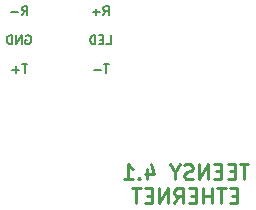
<source format=gbr>
%TF.GenerationSoftware,KiCad,Pcbnew,(6.0.9)*%
%TF.CreationDate,2023-02-20T13:31:34+11:00*%
%TF.ProjectId,PHY,5048592e-6b69-4636-9164-5f7063625858,rev?*%
%TF.SameCoordinates,Original*%
%TF.FileFunction,Legend,Bot*%
%TF.FilePolarity,Positive*%
%FSLAX46Y46*%
G04 Gerber Fmt 4.6, Leading zero omitted, Abs format (unit mm)*
G04 Created by KiCad (PCBNEW (6.0.9)) date 2023-02-20 13:31:34*
%MOMM*%
%LPD*%
G01*
G04 APERTURE LIST*
%ADD10C,0.254000*%
%ADD11C,0.152400*%
G04 APERTURE END LIST*
D10*
X128816704Y-98840773D02*
X128090990Y-98840773D01*
X128453847Y-100110773D02*
X128453847Y-98840773D01*
X127667657Y-99445535D02*
X127244323Y-99445535D01*
X127062895Y-100110773D02*
X127667657Y-100110773D01*
X127667657Y-98840773D01*
X127062895Y-98840773D01*
X126518609Y-99445535D02*
X126095276Y-99445535D01*
X125913847Y-100110773D02*
X126518609Y-100110773D01*
X126518609Y-98840773D01*
X125913847Y-98840773D01*
X125369561Y-100110773D02*
X125369561Y-98840773D01*
X124643847Y-100110773D01*
X124643847Y-98840773D01*
X124099561Y-100050297D02*
X123918133Y-100110773D01*
X123615752Y-100110773D01*
X123494800Y-100050297D01*
X123434323Y-99989821D01*
X123373847Y-99868869D01*
X123373847Y-99747916D01*
X123434323Y-99626964D01*
X123494800Y-99566488D01*
X123615752Y-99506011D01*
X123857657Y-99445535D01*
X123978609Y-99385059D01*
X124039085Y-99324583D01*
X124099561Y-99203630D01*
X124099561Y-99082678D01*
X124039085Y-98961726D01*
X123978609Y-98901250D01*
X123857657Y-98840773D01*
X123555276Y-98840773D01*
X123373847Y-98901250D01*
X122587657Y-99506011D02*
X122587657Y-100110773D01*
X123010990Y-98840773D02*
X122587657Y-99506011D01*
X122164323Y-98840773D01*
X120229085Y-99264107D02*
X120229085Y-100110773D01*
X120531466Y-98780297D02*
X120833847Y-99687440D01*
X120047657Y-99687440D01*
X119563847Y-99989821D02*
X119503371Y-100050297D01*
X119563847Y-100110773D01*
X119624323Y-100050297D01*
X119563847Y-99989821D01*
X119563847Y-100110773D01*
X118293847Y-100110773D02*
X119019561Y-100110773D01*
X118656704Y-100110773D02*
X118656704Y-98840773D01*
X118777657Y-99022202D01*
X118898609Y-99143154D01*
X119019561Y-99203630D01*
X127849085Y-101490235D02*
X127425752Y-101490235D01*
X127244323Y-102155473D02*
X127849085Y-102155473D01*
X127849085Y-100885473D01*
X127244323Y-100885473D01*
X126881466Y-100885473D02*
X126155752Y-100885473D01*
X126518609Y-102155473D02*
X126518609Y-100885473D01*
X125732419Y-102155473D02*
X125732419Y-100885473D01*
X125732419Y-101490235D02*
X125006704Y-101490235D01*
X125006704Y-102155473D02*
X125006704Y-100885473D01*
X124401942Y-101490235D02*
X123978609Y-101490235D01*
X123797180Y-102155473D02*
X124401942Y-102155473D01*
X124401942Y-100885473D01*
X123797180Y-100885473D01*
X122527180Y-102155473D02*
X122950514Y-101550711D01*
X123252895Y-102155473D02*
X123252895Y-100885473D01*
X122769085Y-100885473D01*
X122648133Y-100945950D01*
X122587657Y-101006426D01*
X122527180Y-101127378D01*
X122527180Y-101308807D01*
X122587657Y-101429759D01*
X122648133Y-101490235D01*
X122769085Y-101550711D01*
X123252895Y-101550711D01*
X121982895Y-102155473D02*
X121982895Y-100885473D01*
X121257180Y-102155473D01*
X121257180Y-100885473D01*
X120652419Y-101490235D02*
X120229085Y-101490235D01*
X120047657Y-102155473D02*
X120652419Y-102155473D01*
X120652419Y-100885473D01*
X120047657Y-100885473D01*
X119684800Y-100885473D02*
X118959085Y-100885473D01*
X119321942Y-102155473D02*
X119321942Y-100885473D01*
D11*
X109633657Y-86206874D02*
X109887657Y-85844017D01*
X110069085Y-86206874D02*
X110069085Y-85444874D01*
X109778800Y-85444874D01*
X109706228Y-85481160D01*
X109669942Y-85517445D01*
X109633657Y-85590017D01*
X109633657Y-85698874D01*
X109669942Y-85771445D01*
X109706228Y-85807731D01*
X109778800Y-85844017D01*
X110069085Y-85844017D01*
X109307085Y-85916588D02*
X108726514Y-85916588D01*
X109978371Y-87934800D02*
X110050942Y-87898514D01*
X110159800Y-87898514D01*
X110268657Y-87934800D01*
X110341228Y-88007371D01*
X110377514Y-88079942D01*
X110413800Y-88225085D01*
X110413800Y-88333942D01*
X110377514Y-88479085D01*
X110341228Y-88551657D01*
X110268657Y-88624228D01*
X110159800Y-88660514D01*
X110087228Y-88660514D01*
X109978371Y-88624228D01*
X109942085Y-88587942D01*
X109942085Y-88333942D01*
X110087228Y-88333942D01*
X109615514Y-88660514D02*
X109615514Y-87898514D01*
X109180085Y-88660514D01*
X109180085Y-87898514D01*
X108817228Y-88660514D02*
X108817228Y-87898514D01*
X108635800Y-87898514D01*
X108526942Y-87934800D01*
X108454371Y-88007371D01*
X108418085Y-88079942D01*
X108381800Y-88225085D01*
X108381800Y-88333942D01*
X108418085Y-88479085D01*
X108454371Y-88551657D01*
X108526942Y-88624228D01*
X108635800Y-88660514D01*
X108817228Y-88660514D01*
X110087228Y-90352154D02*
X109651800Y-90352154D01*
X109869514Y-91114154D02*
X109869514Y-90352154D01*
X109397800Y-90823868D02*
X108817228Y-90823868D01*
X109107514Y-91114154D02*
X109107514Y-90533582D01*
X116542457Y-86232274D02*
X116796457Y-85869417D01*
X116977885Y-86232274D02*
X116977885Y-85470274D01*
X116687600Y-85470274D01*
X116615028Y-85506560D01*
X116578742Y-85542845D01*
X116542457Y-85615417D01*
X116542457Y-85724274D01*
X116578742Y-85796845D01*
X116615028Y-85833131D01*
X116687600Y-85869417D01*
X116977885Y-85869417D01*
X116215885Y-85941988D02*
X115635314Y-85941988D01*
X115925600Y-86232274D02*
X115925600Y-85651702D01*
X116796457Y-88685914D02*
X117159314Y-88685914D01*
X117159314Y-87923914D01*
X116542457Y-88286771D02*
X116288457Y-88286771D01*
X116179600Y-88685914D02*
X116542457Y-88685914D01*
X116542457Y-87923914D01*
X116179600Y-87923914D01*
X115853028Y-88685914D02*
X115853028Y-87923914D01*
X115671600Y-87923914D01*
X115562742Y-87960200D01*
X115490171Y-88032771D01*
X115453885Y-88105342D01*
X115417600Y-88250485D01*
X115417600Y-88359342D01*
X115453885Y-88504485D01*
X115490171Y-88577057D01*
X115562742Y-88649628D01*
X115671600Y-88685914D01*
X115853028Y-88685914D01*
X116996028Y-90377554D02*
X116560600Y-90377554D01*
X116778314Y-91139554D02*
X116778314Y-90377554D01*
X116306600Y-90849268D02*
X115726028Y-90849268D01*
M02*

</source>
